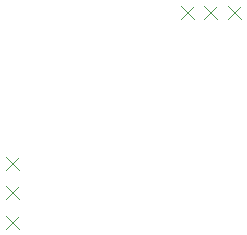
<source format=gbr>
%TF.GenerationSoftware,KiCad,Pcbnew,9.0.0*%
%TF.CreationDate,2025-04-22T13:41:16+01:00*%
%TF.ProjectId,vm_rgb_ring_0.3,766d5f72-6762-45f7-9269-6e675f302e33,v0.3*%
%TF.SameCoordinates,PX4f64b50PY4749830*%
%TF.FileFunction,AssemblyDrawing,Bot*%
%FSLAX45Y45*%
G04 Gerber Fmt 4.5, Leading zero omitted, Abs format (unit mm)*
G04 Created by KiCad (PCBNEW 9.0.0) date 2025-04-22 13:41:16*
%MOMM*%
%LPD*%
G01*
G04 APERTURE LIST*
%ADD10C,0.100000*%
G04 APERTURE END LIST*
D10*
X320000Y1555000D02*
X430000Y1445000D01*
X320000Y1445000D02*
X430000Y1555000D01*
X-1555000Y280000D02*
X-1445000Y170000D01*
X-1555000Y170000D02*
X-1445000Y280000D01*
X120000Y1555000D02*
X230000Y1445000D01*
X120000Y1445000D02*
X230000Y1555000D01*
X-80000Y1555000D02*
X30000Y1445000D01*
X-80000Y1445000D02*
X30000Y1555000D01*
X-1555000Y-220000D02*
X-1445000Y-330000D01*
X-1555000Y-330000D02*
X-1445000Y-220000D01*
X-1555000Y30000D02*
X-1445000Y-80000D01*
X-1555000Y-80000D02*
X-1445000Y30000D01*
M02*

</source>
